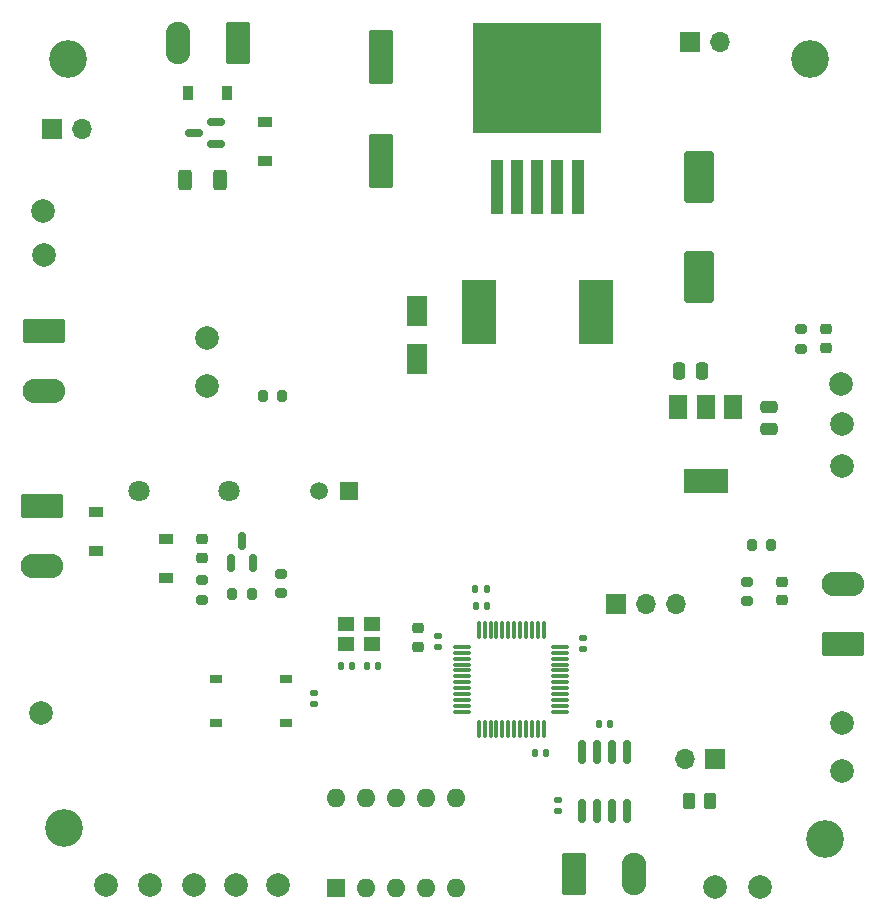
<source format=gts>
G04 #@! TF.GenerationSoftware,KiCad,Pcbnew,(6.0.11)*
G04 #@! TF.CreationDate,2023-08-29T14:33:34-05:00*
G04 #@! TF.ProjectId,Puerta,50756572-7461-42e6-9b69-6361645f7063,rev?*
G04 #@! TF.SameCoordinates,Original*
G04 #@! TF.FileFunction,Soldermask,Top*
G04 #@! TF.FilePolarity,Negative*
%FSLAX46Y46*%
G04 Gerber Fmt 4.6, Leading zero omitted, Abs format (unit mm)*
G04 Created by KiCad (PCBNEW (6.0.11)) date 2023-08-29 14:33:34*
%MOMM*%
%LPD*%
G01*
G04 APERTURE LIST*
G04 Aperture macros list*
%AMRoundRect*
0 Rectangle with rounded corners*
0 $1 Rounding radius*
0 $2 $3 $4 $5 $6 $7 $8 $9 X,Y pos of 4 corners*
0 Add a 4 corners polygon primitive as box body*
4,1,4,$2,$3,$4,$5,$6,$7,$8,$9,$2,$3,0*
0 Add four circle primitives for the rounded corners*
1,1,$1+$1,$2,$3*
1,1,$1+$1,$4,$5*
1,1,$1+$1,$6,$7*
1,1,$1+$1,$8,$9*
0 Add four rect primitives between the rounded corners*
20,1,$1+$1,$2,$3,$4,$5,0*
20,1,$1+$1,$4,$5,$6,$7,0*
20,1,$1+$1,$6,$7,$8,$9,0*
20,1,$1+$1,$8,$9,$2,$3,0*%
G04 Aperture macros list end*
%ADD10R,1.508000X1.508000*%
%ADD11C,1.508000*%
%ADD12C,1.800000*%
%ADD13RoundRect,0.249999X1.550001X-0.790001X1.550001X0.790001X-1.550001X0.790001X-1.550001X-0.790001X0*%
%ADD14O,3.600000X2.080000*%
%ADD15RoundRect,0.140000X-0.170000X0.140000X-0.170000X-0.140000X0.170000X-0.140000X0.170000X0.140000X0*%
%ADD16RoundRect,0.140000X-0.140000X-0.170000X0.140000X-0.170000X0.140000X0.170000X-0.140000X0.170000X0*%
%ADD17RoundRect,0.150000X-0.150000X0.825000X-0.150000X-0.825000X0.150000X-0.825000X0.150000X0.825000X0*%
%ADD18RoundRect,0.218750X-0.256250X0.218750X-0.256250X-0.218750X0.256250X-0.218750X0.256250X0.218750X0*%
%ADD19C,2.000000*%
%ADD20RoundRect,0.200000X0.200000X0.275000X-0.200000X0.275000X-0.200000X-0.275000X0.200000X-0.275000X0*%
%ADD21RoundRect,0.150000X0.150000X-0.587500X0.150000X0.587500X-0.150000X0.587500X-0.150000X-0.587500X0*%
%ADD22RoundRect,0.225000X-0.250000X0.225000X-0.250000X-0.225000X0.250000X-0.225000X0.250000X0.225000X0*%
%ADD23R,0.910000X1.220000*%
%ADD24C,3.200000*%
%ADD25RoundRect,0.140000X0.170000X-0.140000X0.170000X0.140000X-0.170000X0.140000X-0.170000X-0.140000X0*%
%ADD26RoundRect,0.200000X-0.275000X0.200000X-0.275000X-0.200000X0.275000X-0.200000X0.275000X0.200000X0*%
%ADD27RoundRect,0.250000X0.312500X0.625000X-0.312500X0.625000X-0.312500X-0.625000X0.312500X-0.625000X0*%
%ADD28RoundRect,0.249999X-1.550001X0.790001X-1.550001X-0.790001X1.550001X-0.790001X1.550001X0.790001X0*%
%ADD29R,1.600000X1.600000*%
%ADD30O,1.600000X1.600000*%
%ADD31RoundRect,0.249999X-0.790001X-1.550001X0.790001X-1.550001X0.790001X1.550001X-0.790001X1.550001X0*%
%ADD32O,2.080000X3.600000*%
%ADD33R,1.800000X2.500000*%
%ADD34R,1.100000X4.600000*%
%ADD35R,10.800000X9.400000*%
%ADD36RoundRect,0.249999X0.790001X1.550001X-0.790001X1.550001X-0.790001X-1.550001X0.790001X-1.550001X0*%
%ADD37RoundRect,0.250000X1.000000X-1.950000X1.000000X1.950000X-1.000000X1.950000X-1.000000X-1.950000X0*%
%ADD38R,1.000000X0.750000*%
%ADD39R,2.899999X5.399999*%
%ADD40R,1.700000X1.700000*%
%ADD41O,1.700000X1.700000*%
%ADD42RoundRect,0.250000X-0.262500X-0.450000X0.262500X-0.450000X0.262500X0.450000X-0.262500X0.450000X0*%
%ADD43RoundRect,0.140000X0.140000X0.170000X-0.140000X0.170000X-0.140000X-0.170000X0.140000X-0.170000X0*%
%ADD44RoundRect,0.200000X0.275000X-0.200000X0.275000X0.200000X-0.275000X0.200000X-0.275000X-0.200000X0*%
%ADD45RoundRect,0.150000X0.587500X0.150000X-0.587500X0.150000X-0.587500X-0.150000X0.587500X-0.150000X0*%
%ADD46R,1.200000X0.900000*%
%ADD47RoundRect,0.250000X0.475000X-0.250000X0.475000X0.250000X-0.475000X0.250000X-0.475000X-0.250000X0*%
%ADD48R,1.220000X0.910000*%
%ADD49RoundRect,0.225000X0.250000X-0.225000X0.250000X0.225000X-0.250000X0.225000X-0.250000X-0.225000X0*%
%ADD50RoundRect,0.200000X-0.200000X-0.275000X0.200000X-0.275000X0.200000X0.275000X-0.200000X0.275000X0*%
%ADD51RoundRect,0.250001X0.799999X-2.049999X0.799999X2.049999X-0.799999X2.049999X-0.799999X-2.049999X0*%
%ADD52RoundRect,0.075000X-0.662500X-0.075000X0.662500X-0.075000X0.662500X0.075000X-0.662500X0.075000X0*%
%ADD53RoundRect,0.075000X-0.075000X-0.662500X0.075000X-0.662500X0.075000X0.662500X-0.075000X0.662500X0*%
%ADD54R,1.500000X2.000000*%
%ADD55R,3.800000X2.000000*%
%ADD56RoundRect,0.250000X-0.250000X-0.475000X0.250000X-0.475000X0.250000X0.475000X-0.250000X0.475000X0*%
%ADD57R,1.400000X1.200000*%
%ADD58RoundRect,0.135000X0.135000X0.185000X-0.135000X0.185000X-0.135000X-0.185000X0.135000X-0.185000X0*%
G04 APERTURE END LIST*
D10*
X97549000Y-73786800D03*
D11*
X95009000Y-73786800D03*
D12*
X87389000Y-73786800D03*
X79769000Y-73786800D03*
D13*
X139357600Y-86715600D03*
D14*
X139357600Y-81635600D03*
D15*
X117297200Y-86210200D03*
X117297200Y-87170200D03*
D16*
X96830000Y-88544400D03*
X97790000Y-88544400D03*
D17*
X121031000Y-95899200D03*
X119761000Y-95899200D03*
X118491000Y-95899200D03*
X117221000Y-95899200D03*
X117221000Y-100849200D03*
X118491000Y-100849200D03*
X119761000Y-100849200D03*
X121031000Y-100849200D03*
D18*
X85064600Y-77823600D03*
X85064600Y-79398600D03*
D19*
X85471000Y-64846200D03*
D20*
X89267800Y-82524600D03*
X87617800Y-82524600D03*
D21*
X87518200Y-79855300D03*
X89418200Y-79855300D03*
X88468200Y-77980300D03*
D22*
X134188200Y-81470200D03*
X134188200Y-83020200D03*
D23*
X83912200Y-40030400D03*
X87182200Y-40030400D03*
D24*
X73736200Y-37185600D03*
D25*
X105079800Y-86967000D03*
X105079800Y-86007000D03*
D26*
X85064600Y-81318600D03*
X85064600Y-82968600D03*
D27*
X86577900Y-47396400D03*
X83652900Y-47396400D03*
D28*
X71551800Y-75006200D03*
D14*
X71551800Y-80086200D03*
D29*
X96443800Y-107416600D03*
D30*
X98983800Y-107416600D03*
X101523800Y-107416600D03*
X104063800Y-107416600D03*
X106603800Y-107416600D03*
X106603800Y-99796600D03*
X104063800Y-99796600D03*
X101523800Y-99796600D03*
X98983800Y-99796600D03*
X96443800Y-99796600D03*
D19*
X71602600Y-50088800D03*
D24*
X73355200Y-102260400D03*
D19*
X84378800Y-107111800D03*
D31*
X116535200Y-106222800D03*
D32*
X121615200Y-106222800D03*
D16*
X118646000Y-93522800D03*
X119606000Y-93522800D03*
D33*
X103276400Y-58553600D03*
X103276400Y-62553600D03*
D19*
X91490800Y-107111800D03*
D24*
X137845800Y-103200200D03*
D20*
X91858600Y-65735200D03*
X90208600Y-65735200D03*
D34*
X110061800Y-47989800D03*
X111761800Y-47989800D03*
D35*
X113461800Y-38839800D03*
D34*
X113461800Y-47989800D03*
X115161800Y-47989800D03*
X116861800Y-47989800D03*
D36*
X88112600Y-35839400D03*
D32*
X83032600Y-35839400D03*
D37*
X127177800Y-55609600D03*
X127177800Y-47209600D03*
D38*
X92215600Y-93391200D03*
X86215600Y-93391200D03*
X92215600Y-89641200D03*
X86215600Y-89641200D03*
D19*
X139217400Y-97510600D03*
D39*
X108486400Y-58597799D03*
X118386400Y-58597799D03*
D40*
X128529000Y-96443800D03*
D41*
X125989000Y-96443800D03*
D40*
X72349600Y-43103800D03*
D41*
X74889600Y-43103800D03*
D42*
X126290700Y-99974400D03*
X128115700Y-99974400D03*
D25*
X115189000Y-100860800D03*
X115189000Y-99900800D03*
D19*
X85471000Y-60807600D03*
D43*
X99999800Y-88544400D03*
X99039800Y-88544400D03*
D44*
X135763000Y-61734200D03*
X135763000Y-60084200D03*
D45*
X86230700Y-44409400D03*
X86230700Y-42509400D03*
X84355700Y-43459400D03*
D46*
X90398600Y-42495200D03*
X90398600Y-45795200D03*
D47*
X133045200Y-68530148D03*
X133045200Y-66630148D03*
D19*
X71475600Y-92583000D03*
D44*
X131191000Y-83121000D03*
X131191000Y-81471000D03*
D48*
X82016600Y-81111600D03*
X82016600Y-77841600D03*
D19*
X128498600Y-107264200D03*
X139268200Y-71653400D03*
X71729600Y-53771800D03*
D40*
X120106200Y-83312400D03*
D41*
X122646200Y-83312400D03*
X125186200Y-83312400D03*
D16*
X108232000Y-83540600D03*
X109192000Y-83540600D03*
D26*
X91719400Y-80785200D03*
X91719400Y-82435200D03*
D24*
X136525000Y-37185600D03*
D49*
X103378000Y-86957200D03*
X103378000Y-85407200D03*
D50*
X131610600Y-78308200D03*
X133260600Y-78308200D03*
D51*
X100228400Y-45852800D03*
X100228400Y-37052800D03*
D19*
X80695800Y-107111800D03*
D48*
X76073000Y-78851000D03*
X76073000Y-75581000D03*
D19*
X139192000Y-64668400D03*
D52*
X107089500Y-86962800D03*
X107089500Y-87462800D03*
X107089500Y-87962800D03*
X107089500Y-88462800D03*
X107089500Y-88962800D03*
X107089500Y-89462800D03*
X107089500Y-89962800D03*
X107089500Y-90462800D03*
X107089500Y-90962800D03*
X107089500Y-91462800D03*
X107089500Y-91962800D03*
X107089500Y-92462800D03*
D53*
X108502000Y-93875300D03*
X109002000Y-93875300D03*
X109502000Y-93875300D03*
X110002000Y-93875300D03*
X110502000Y-93875300D03*
X111002000Y-93875300D03*
X111502000Y-93875300D03*
X112002000Y-93875300D03*
X112502000Y-93875300D03*
X113002000Y-93875300D03*
X113502000Y-93875300D03*
X114002000Y-93875300D03*
D52*
X115414500Y-92462800D03*
X115414500Y-91962800D03*
X115414500Y-91462800D03*
X115414500Y-90962800D03*
X115414500Y-90462800D03*
X115414500Y-89962800D03*
X115414500Y-89462800D03*
X115414500Y-88962800D03*
X115414500Y-88462800D03*
X115414500Y-87962800D03*
X115414500Y-87462800D03*
X115414500Y-86962800D03*
D53*
X114002000Y-85550300D03*
X113502000Y-85550300D03*
X113002000Y-85550300D03*
X112502000Y-85550300D03*
X112002000Y-85550300D03*
X111502000Y-85550300D03*
X111002000Y-85550300D03*
X110502000Y-85550300D03*
X110002000Y-85550300D03*
X109502000Y-85550300D03*
X109002000Y-85550300D03*
X108502000Y-85550300D03*
D28*
X71678800Y-60248800D03*
D14*
X71678800Y-65328800D03*
D54*
X130011200Y-66623800D03*
D55*
X127711200Y-72923800D03*
D54*
X127711200Y-66623800D03*
X125411200Y-66623800D03*
D19*
X76962000Y-107111800D03*
X139293600Y-93370400D03*
X87985600Y-107111800D03*
D43*
X114221200Y-95910400D03*
X113261200Y-95910400D03*
D56*
X125491200Y-63576200D03*
X127391200Y-63576200D03*
D57*
X99451400Y-85027400D03*
X97251400Y-85027400D03*
X97251400Y-86727400D03*
X99451400Y-86727400D03*
D18*
X137896600Y-60070900D03*
X137896600Y-61645900D03*
D19*
X139217400Y-68097400D03*
X132283200Y-107315000D03*
D15*
X94564200Y-90833000D03*
X94564200Y-91793000D03*
D40*
X126360000Y-35737800D03*
D41*
X128900000Y-35737800D03*
D58*
X109196600Y-82092800D03*
X108176600Y-82092800D03*
M02*

</source>
